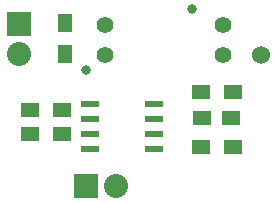
<source format=gbr>
G04 #@! TF.FileFunction,Soldermask,Top*
%FSLAX46Y46*%
G04 Gerber Fmt 4.6, Leading zero omitted, Abs format (unit mm)*
G04 Created by KiCad (PCBNEW 0.201506122246+5743~23~ubuntu14.10.1-product) date Sun 14 Jun 2015 08:35:05 PM EDT*
%MOMM*%
G01*
G04 APERTURE LIST*
%ADD10C,0.100000*%
%ADD11R,1.500000X1.250000*%
%ADD12R,2.032000X2.032000*%
%ADD13O,2.032000X2.032000*%
%ADD14R,1.300000X1.500000*%
%ADD15R,1.500000X1.300000*%
%ADD16R,1.550000X0.600000*%
%ADD17C,0.800000*%
%ADD18C,1.400000*%
%ADD19C,1.524000*%
G04 APERTURE END LIST*
D10*
D11*
X167456800Y-94284800D03*
X169956800Y-94284800D03*
D12*
X151942800Y-86258400D03*
D13*
X151942800Y-88798400D03*
D12*
X157632400Y-100025200D03*
D13*
X160172400Y-100025200D03*
D14*
X155854400Y-88878400D03*
X155854400Y-86178400D03*
D15*
X167356800Y-92049600D03*
X170056800Y-92049600D03*
X152878800Y-93573600D03*
X155578800Y-93573600D03*
X155629600Y-95605600D03*
X152929600Y-95605600D03*
X170056800Y-96723200D03*
X167356800Y-96723200D03*
D16*
X157980400Y-93040200D03*
X157980400Y-94310200D03*
X157980400Y-95580200D03*
X157980400Y-96850200D03*
X163380400Y-96850200D03*
X163380400Y-95580200D03*
X163380400Y-94310200D03*
X163380400Y-93040200D03*
D17*
X166624500Y-85030000D03*
X157674500Y-90230000D03*
D18*
X159274500Y-88900000D03*
X159274500Y-86360000D03*
X169274500Y-88900000D03*
X169274500Y-86360000D03*
D19*
X172466000Y-88900000D03*
M02*

</source>
